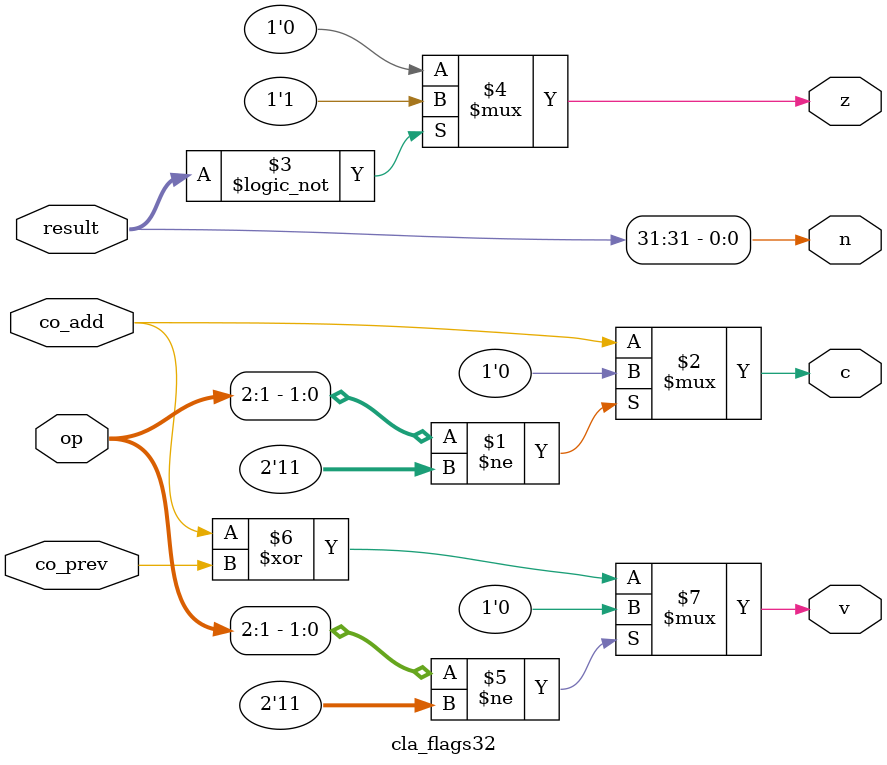
<source format=v>
module cla_flags32(c, n, z, v, op, result, co_add, co_prev);		//print c, n, z, v
	input[2:0] op;
	input[31:0] result;
	input co_add, co_prev;
	output c, n, z, v;
	
	assign c = (op[2:1] != 2'b11) ? 1'b0 : co_add;		//c = co(when add execute)
	assign n = result[31];										//n = result[31](sign)
	assign z = (result == 32'b0) ? 1'b1 : 1'b0;			//z == true(when all input is 0)
	assign v = (op[2:1] != 2'b11) ? 1'b0 : co_add ^ co_prev;	//v = co ^ co_prev(when add execute)	
endmodule

</source>
